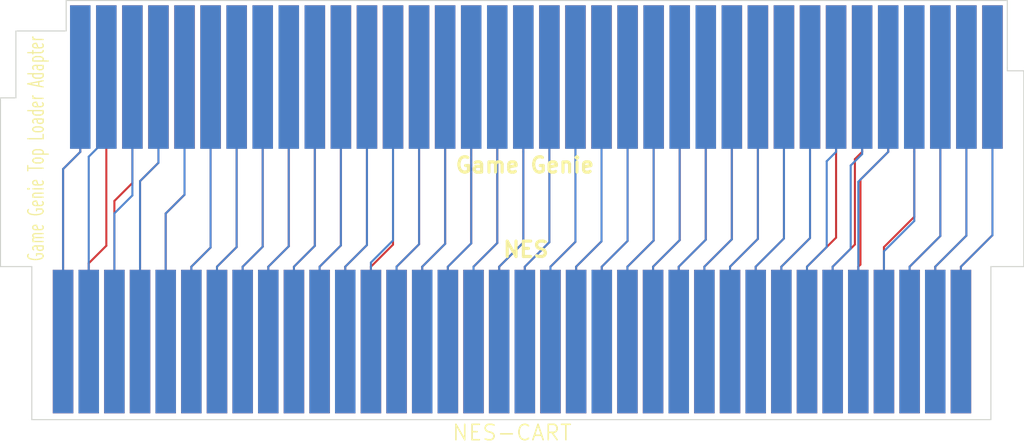
<source format=kicad_pcb>
(kicad_pcb (version 20240108) (generator "pcbnew") (generator_version "8.0")
  (layers (0 "F.Cu" signal) (31 "B.Cu" signal) (34 "B.Paste" user) (35 "F.Paste" user) (36 "B.SilkS" user "B.Silkscreen") (37 "F.SilkS" user "F.Silkscreen") (38 "B.Mask" user) (39 "F.Mask" user) (44 "Edge.Cuts" user))
  (net 0 "")
  (net 1 "/EXP0")
  (net 2 "/4MHz")
  (net 3 "/EXP3")
  (net 4 "/S2")
  (net 5 "/EXP2")
  (net 6 "/EXP6")
  (net 7 "/PHI2")
  (net 8 "/EXP7")
  (net 9 "/EXP9")
  (net 10 "/EXP1")
  (net 11 "/S1")
  (net 12 "/S0")
  (net 13 "/21.48MHz")
  (net 14 "/EXP5")
  (net 15 "/EXP4")
  (net 16 "/EXP8")
  (net 17 "/CPU-D5")
  (net 18 "/CPU-A3")
  (net 19 "/CPU-D3")
  (net 20 "/CIC-VCC")
  (net 21 "/PPU-D7")
  (net 22 "/CPU-GND")
  (net 23 "/CPU-~{PRG}")
  (net 24 "/CPU-A0")
  (net 25 "/PPU-D1")
  (net 26 "/CPU-A12")
  (net 27 "/CIC-GND")
  (net 28 "/PPU-D3")
  (net 29 "/CPU-A4")
  (net 30 "/PPU-A11")
  (net 31 "/CPU-A9")
  (net 32 "/CPU-A13")
  (net 33 "/PPU-A13")
  (net 34 "/PPU-~{A13}")
  (net 35 "/CPU-D2")
  (net 36 "/PPU-A12")
  (net 37 "/PPU-D6")
  (net 38 "/PPU-D5")
  (net 39 "/CPU-A6")
  (net 40 "/PPU-A8")
  (net 41 "/PPU-D4")
  (net 42 "/CPU-A5")
  (net 43 "/CPU-A11")
  (net 44 "/PPU-A0")
  (net 45 "/PPU-A6")
  (net 46 "/CPU-A1")
  (net 47 "/PPU-D0")
  (net 48 "/CPU-A2")
  (net 49 "/PPU-~{W}")
  (net 50 "/PPU-A3")
  (net 51 "/CPU-R{slash}~{W}")
  (net 52 "/CPU-D4")
  (net 53 "/PPU-A4")
  (net 54 "/PPU-A2")
  (net 55 "/PPU-~{VCS}")
  (net 56 "/CPU-A8")
  (net 57 "/CPU-A14")
  (net 58 "/CPU-D7")
  (net 59 "/CPU-~{IRQ}")
  (net 60 "/PPU-A5")
  (net 61 "/PPU-~{R}")
  (net 62 "/CPU-D6")
  (net 63 "/PPU-A7")
  (net 64 "/CPU-A10")
  (net 65 "/CPU-D1")
  (net 66 "/CPU-A7")
  (net 67 "/PPU-D2")
  (net 68 "/PPU-A9")
  (net 69 "/PPU-A10")
  (net 70 "/PPU-A1")
  (net 71 "/CPU-D0")
  (net 72 "/PPU-VA10")
  (footprint "MountingHole:MountingHole_2.1mm" (layer "F.Cu") (at 171.3484 79.4512)
    (property "Reference" "MOUNT2" (hide yes))
    (property "Value" "MountingHole_2.1mm" (hide yes))
    (pad "" np_thru_hole circle (at 0 0) (size 2.1 2.1) (drill 2.1) (layers "*.Cu" "*.Mask"))
  )
  (footprint "NES:NES_CART_FINGERS" (layer "F.Cu") (at 135.3696 94.0562)
    (property "Reference" "J2" (hide yes))
    (property "Value" "NES-CART" (at 0 8.89 0) (layer "F.SilkS") (effects (font (size 1.5 1.5))))
    (pad "1" connect rect (at 43.75 0) (size 2 14) (layers "F.Cu" "F.Mask") (net 22 "/CPU-GND"))
    (pad "2" connect rect (at 41.25 0) (size 2 14) (layers "F.Cu" "F.Mask") (net 43 "/CPU-A11"))
    (pad "3" connect rect (at 38.75 0) (size 2 14) (layers "F.Cu" "F.Mask") (net 64 "/CPU-A10"))
    (pad "4" connect rect (at 36.25 0) (size 2 14) (layers "F.Cu" "F.Mask") (net 31 "/CPU-A9"))
    (pad "5" connect rect (at 33.75 0) (size 2 14) (layers "F.Cu" "F.Mask") (net 56 "/CPU-A8"))
    (pad "6" connect rect (at 31.25 0) (size 2 14) (layers "F.Cu" "F.Mask") (net 66 "/CPU-A7"))
    (pad "7" connect rect (at 28.75 0) (size 2 14) (layers "F.Cu" "F.Mask") (net 39 "/CPU-A6"))
    (pad "8" connect rect (at 26.25 0) (size 2 14) (layers "F.Cu" "F.Mask") (net 42 "/CPU-A5"))
    (pad "9" connect rect (at 23.75 0) (size 2 14) (layers "F.Cu" "F.Mask") (net 29 "/CPU-A4"))
    (pad "10" connect rect (at 21.25 0) (size 2 14) (layers "F.Cu" "F.Mask") (net 18 "/CPU-A3"))
    (pad "11" connect rect (at 18.75 0) (size 2 14) (layers "F.Cu" "F.Mask") (net 48 "/CPU-A2"))
    (pad "12" connect rect (at 16.25 0) (size 2 14) (layers "F.Cu" "F.Mask") (net 46 "/CPU-A1"))
    (pad "13" connect rect (at 13.75 0) (size 2 14) (layers "F.Cu" "F.Mask") (net 24 "/CPU-A0"))
    (pad "14" connect rect (at 11.25 0) (size 2 14) (layers "F.Cu" "F.Mask") (net 51 "/CPU-R{slash}~{W}"))
    (pad "15" connect rect (at 8.75 0) (size 2 14) (layers "F.Cu" "F.Mask") (net 59 "/CPU-~{IRQ}"))
    (pad "16" connect rect (at 6.25 0) (size 2 14) (layers "F.Cu" "F.Mask") (net 1 "/EXP0"))
    (pad "17" connect rect (at 3.75 0) (size 2 14) (layers "F.Cu" "F.Mask") (net 10 "/EXP1"))
    (pad "18" connect rect (at 1.25 0) (size 2 14) (layers "F.Cu" "F.Mask") (net 5 "/EXP2"))
    (pad "19" connect rect (at -1.25 0) (size 2 14) (layers "F.Cu" "F.Mask") (net 3 "/EXP3"))
    (pad "20" connect rect (at -3.75 0) (size 2 14) (layers "F.Cu" "F.Mask") (net 15 "/EXP4"))
    (pad "21" connect rect (at -6.25 0) (size 2 14) (layers "F.Cu" "F.Mask") (net 61 "/PPU-~{R}"))
    (pad "22" connect rect (at -8.75 0) (size 2 14) (layers "F.Cu" "F.Mask") (net 72 "/PPU-VA10"))
    (pad "23" connect rect (at -11.25 0) (size 2 14) (layers "F.Cu" "F.Mask") (net 45 "/PPU-A6"))
    (pad "24" connect rect (at -13.75 0) (size 2 14) (layers "F.Cu" "F.Mask") (net 60 "/PPU-A5"))
    (pad "25" connect rect (at -16.25 0) (size 2 14) (layers "F.Cu" "F.Mask") (net 53 "/PPU-A4"))
    (pad "26" connect rect (at -18.75 0) (size 2 14) (layers "F.Cu" "F.Mask") (net 50 "/PPU-A3"))
    (pad "27" connect rect (at -21.25 0) (size 2 14) (layers "F.Cu" "F.Mask") (net 54 "/PPU-A2"))
    (pad "28" connect rect (at -23.75 0) (size 2 14) (layers "F.Cu" "F.Mask") (net 70 "/PPU-A1"))
    (pad "29" connect rect (at -26.25 0) (size 2 14) (layers "F.Cu" "F.Mask") (net 44 "/PPU-A0"))
    (pad "30" connect rect (at -28.75 0) (size 2 14) (layers "F.Cu" "F.Mask") (net 47 "/PPU-D0"))
    (pad "31" connect rect (at -31.25 0) (size 2 14) (layers "F.Cu" "F.Mask") (net 25 "/PPU-D1"))
    (pad "32" connect rect (at -33.75 0) (size 2 14) (layers "F.Cu" "F.Mask") (net 67 "/PPU-D2"))
    (pad "33" connect rect (at -36.25 0) (size 2 14) (layers "F.Cu" "F.Mask") (net 28 "/PPU-D3"))
    (pad "34" connect rect (at -38.75 0) (size 2 14) (layers "F.Cu" "F.Mask") (net 12 "/S0"))
    (pad "35" connect rect (at -41.25 0) (size 2 14) (layers "F.Cu" "F.Mask") (net 11 "/S1"))
    (pad "36" connect rect (at -43.75 0) (size 2 14) (layers "F.Cu" "F.Mask") (net 20 "/CIC-VCC"))
    (pad "37" connect rect (at 43.75 0) (size 2 14) (layers "B.Cu" "B.Mask") (net 13 "/21.48MHz"))
    (pad "38" connect rect (at 41.25 0) (size 2 14) (layers "B.Cu" "B.Mask") (net 7 "/PHI2"))
    (pad "39" connect rect (at 38.75 0) (size 2 14) (layers "B.Cu" "B.Mask") (net 26 "/CPU-A12"))
    (pad "40" connect rect (at 36.25 0) (size 2 14) (layers "B.Cu" "B.Mask") (net 32 "/CPU-A13"))
    (pad "41" connect rect (at 33.75 0) (size 2 14) (layers "B.Cu" "B.Mask") (net 57 "/CPU-A14"))
    (pad "42" connect rect (at 31.25 0) (size 2 14) (layers "B.Cu" "B.Mask") (net 58 "/CPU-D7"))
    (pad "43" connect rect (at 28.75 0) (size 2 14) (layers "B.Cu" "B.Mask") (net 62 "/CPU-D6"))
    (pad "44" connect rect (at 26.25 0) (size 2 14) (layers "B.Cu" "B.Mask") (net 17 "/CPU-D5"))
    (pad "45" connect rect (at 23.75 0) (size 2 14) (layers "B.Cu" "B.Mask") (net 52 "/CPU-D4"))
    (pad "46" connect rect (at 21.25 0) (size 2 14) (layers "B.Cu" "B.Mask") (net 19 "/CPU-D3"))
    (pad "47" connect rect (at 18.75 0) (size 2 14) (layers "B.Cu" "B.Mask") (net 35 "/CPU-D2"))
    (pad "48" connect rect (at 16.25 0) (size 2 14) (layers "B.Cu" "B.Mask") (net 65 "/CPU-D1"))
    (pad "49" connect rect (at 13.75 0) (size 2 14) (layers "B.Cu" "B.Mask") (net 71 "/CPU-D0"))
    (pad "50" connect rect (at 11.25 0) (size 2 14) (layers "B.Cu" "B.Mask") (net 23 "/CPU-~{PRG}"))
    (pad "51" connect rect (at 8.75 0) (size 2 14) (layers "B.Cu" "B.Mask") (net 9 "/EXP9"))
    (pad "52" connect rect (at 6.25 0) (size 2 14) (layers "B.Cu" "B.Mask") (net 16 "/EXP8"))
    (pad "53" connect rect (at 3.75 0) (size 2 14) (layers "B.Cu" "B.Mask") (net 8 "/EXP7"))
    (pad "54" connect rect (at 1.25 0) (size 2 14) (layers "B.Cu" "B.Mask") (net 6 "/EXP6"))
    (pad "55" connect rect (at -1.25 0) (size 2 14) (layers "B.Cu" "B.Mask") (net 14 "/EXP5"))
    (pad "56" connect rect (at -3.75 0) (size 2 14) (layers "B.Cu" "B.Mask") (net 49 "/PPU-~{W}"))
    (pad "57" connect rect (at -6.25 0) (size 2 14) (layers "B.Cu" "B.Mask") (net 55 "/PPU-~{VCS}"))
    (pad "58" connect rect (at -8.75 0) (size 2 14) (layers "B.Cu" "B.Mask") (net 34 "/PPU-~{A13}"))
    (pad "59" connect rect (at -11.25 0) (size 2 14) (layers "B.Cu" "B.Mask") (net 63 "/PPU-A7"))
    (pad "60" connect rect (at -13.75 0) (size 2 14) (layers "B.Cu" "B.Mask") (net 40 "/PPU-A8"))
    (pad "61" connect rect (at -16.25 0) (size 2 14) (layers "B.Cu" "B.Mask") (net 68 "/PPU-A9"))
    (pad "62" connect rect (at -18.75 0) (size 2 14) (layers "B.Cu" "B.Mask") (net 30 "/PPU-A11"))
    (pad "63" connect rect (at -21.25 0) (size 2 14) (layers "B.Cu" "B.Mask") (net 69 "/PPU-A10"))
    (pad "64" connect rect (at -23.75 0) (size 2 14) (layers "B.Cu" "B.Mask") (net 36 "/PPU-A12"))
    (pad "65" connect rect (at -26.25 0) (size 2 14) (layers "B.Cu" "B.Mask") (net 33 "/PPU-A13"))
    (pad "66" connect rect (at -28.75 0) (size 2 14) (layers "B.Cu" "B.Mask") (net 21 "/PPU-D7"))
    (pad "67" connect rect (at -31.25 0) (size 2 14) (layers "B.Cu" "B.Mask") (net 37 "/PPU-D6"))
    (pad "68" connect rect (at -33.75 0) (size 2 14) (layers "B.Cu" "B.Mask") (net 38 "/PPU-D5"))
    (pad "69" connect rect (at -36.25 0) (size 2 14) (layers "B.Cu" "B.Mask") (net 41 "/PPU-D4"))
    (pad "70" connect rect (at -38.75 0) (size 2 14) (layers "B.Cu" "B.Mask") (net 4 "/S2"))
    (pad "71" connect rect (at -41.25 0) (size 2 14) (layers "B.Cu" "B.Mask") (net 2 "/4MHz"))
    (pad "72" connect rect (at -43.75 0) (size 2 14) (layers "B.Cu" "B.Mask") (net 27 "/CIC-GND"))
  )
  (footprint "MountingHole:MountingHole_2.1mm" (layer "F.Cu") (at 100.9142 79.4512)
    (property "Reference" "MOUNT1" (hide yes))
    (property "Value" "MountingHole_2.1mm" (hide yes))
    (pad "" np_thru_hole circle (at 0 0) (size 2.1 2.1) (drill 2.1) (layers "*.Cu" "*.Mask"))
  )
  (footprint "Game Genie:2x36 2.54mm Edge" (layer "F.Cu") (at 139.0142 68.2498)
    (property "Reference" "J1" (hide yes))
    (property "Value" "NES-CART" (hide yes))
    (pad "1" connect rect (at 43.18 0) (size 2 14) (layers "F.Cu" "F.Mask") (net 22 "/CPU-GND"))
    (pad "2" connect rect (at 40.64 0) (size 2 14) (layers "F.Cu" "F.Mask") (net 43 "/CPU-A11"))
    (pad "3" connect rect (at 38.1 0) (size 2 14) (layers "F.Cu" "F.Mask") (net 64 "/CPU-A10"))
    (pad "4" connect rect (at 35.56 0) (size 2 14) (layers "F.Cu" "F.Mask") (net 31 "/CPU-A9"))
    (pad "5" connect rect (at 33.02 0) (size 2 14) (layers "F.Cu" "F.Mask") (net 56 "/CPU-A8"))
    (pad "6" connect rect (at 30.48 0) (size 2 14) (layers "F.Cu" "F.Mask") (net 66 "/CPU-A7"))
    (pad "7" connect rect (at 27.94 0) (size 2 14) (layers "F.Cu" "F.Mask") (net 39 "/CPU-A6"))
    (pad "8" connect rect (at 25.4 0) (size 2 14) (layers "F.Cu" "F.Mask") (net 42 "/CPU-A5"))
    (pad "9" connect rect (at 22.86 0) (size 2 14) (layers "F.Cu" "F.Mask") (net 29 "/CPU-A4"))
    (pad "10" connect rect (at 20.32 0) (size 2 14) (layers "F.Cu" "F.Mask") (net 18 "/CPU-A3"))
    (pad "11" connect rect (at 17.78 0) (size 2 14) (layers "F.Cu" "F.Mask") (net 48 "/CPU-A2"))
    (pad "12" connect rect (at 15.24 0) (size 2 14) (layers "F.Cu" "F.Mask") (net 46 "/CPU-A1"))
    (pad "13" connect rect (at 12.7 0) (size 2 14) (layers "F.Cu" "F.Mask") (net 24 "/CPU-A0"))
    (pad "14" connect rect (at 10.16 0) (size 2 14) (layers "F.Cu" "F.Mask") (net 51 "/CPU-R{slash}~{W}"))
    (pad "15" connect rect (at 7.62 0) (size 2 14) (layers "F.Cu" "F.Mask") (net 59 "/CPU-~{IRQ}"))
    (pad "16" connect rect (at 5.08 0) (size 2 14) (layers "F.Cu" "F.Mask") (net 1 "/EXP0"))
    (pad "17" connect rect (at 2.54 0) (size 2 14) (layers "F.Cu" "F.Mask") (net 10 "/EXP1"))
    (pad "18" connect rect (at 0 0) (size 2 14) (layers "F.Cu" "F.Mask") (net 5 "/EXP2"))
    (pad "19" connect rect (at -2.54 0) (size 2 14) (layers "F.Cu" "F.Mask") (net 3 "/EXP3"))
    (pad "20" connect rect (at -5.08 0) (size 2 14) (layers "F.Cu" "F.Mask") (net 15 "/EXP4"))
    (pad "21" connect rect (at -7.62 0) (size 2 14) (layers "F.Cu" "F.Mask") (net 61 "/PPU-~{R}"))
    (pad "22" connect rect (at -10.16 0) (size 2 14) (layers "F.Cu" "F.Mask") (net 72 "/PPU-VA10"))
    (pad "23" connect rect (at -12.7 0) (size 2 14) (layers "F.Cu" "F.Mask") (net 45 "/PPU-A6"))
    (pad "24" connect rect (at -15.24 0) (size 2 14) (layers "F.Cu" "F.Mask") (net 60 "/PPU-A5"))
    (pad "25" connect rect (at -17.78 0) (size 2 14) (layers "F.Cu" "F.Mask") (net 53 "/PPU-A4"))
    (pad "26" connect rect (at -20.32 0) (size 2 14) (layers "F.Cu" "F.Mask") (net 50 "/PPU-A3"))
    (pad "27" connect rect (at -22.86 0) (size 2 14) (layers "F.Cu" "F.Mask") (net 54 "/PPU-A2"))
    (pad "28" connect rect (at -25.4 0) (size 2 14) (layers "F.Cu" "F.Mask") (net 70 "/PPU-A1"))
    (pad "29" connect rect (at -27.94 0) (size 2 14) (layers "F.Cu" "F.Mask") (net 44 "/PPU-A0"))
    (pad "30" connect rect (at -30.48 0) (size 2 14) (layers "F.Cu" "F.Mask") (net 47 "/PPU-D0"))
    (pad "31" connect rect (at -33.02 0) (size 2 14) (layers "F.Cu" "F.Mask") (net 25 "/PPU-D1"))
    (pad "32" connect rect (at -35.56 0) (size 2 14) (layers "F.Cu" "F.Mask") (net 67 "/PPU-D2"))
    (pad "33" connect rect (at -38.1 0) (size 2 14) (layers "F.Cu" "F.Mask") (net 28 "/PPU-D3"))
    (pad "34" connect rect (at -40.64 0) (size 2 14) (layers "F.Cu" "F.Mask") (net 12 "/S0"))
    (pad "35" connect rect (at -43.18 0) (size 2 14) (layers "F.Cu" "F.Mask") (net 11 "/S1"))
    (pad "36" connect rect (at -45.72 0) (size 2 14) (layers "F.Cu" "F.Mask") (net 20 "/CIC-VCC"))
    (pad "37" connect rect (at 43.18 0) (size 2 14) (layers "B.Cu" "B.Mask") (net 13 "/21.48MHz"))
    (pad "38" connect rect (at 40.64 0) (size 2 14) (layers "B.Cu" "B.Mask") (net 7 "/PHI2"))
    (pad "39" connect rect (at 38.1 0) (size 2 14) (layers "B.Cu" "B.Mask") (net 26 "/CPU-A12"))
    (pad "40" connect rect (at 35.56 0) (size 2 14) (layers "B.Cu" "B.Mask") (net 32 "/CPU-A13"))
    (pad "41" connect rect (at 33.02 0) (size 2 14) (layers "B.Cu" "B.Mask") (net 57 "/CPU-A14"))
    (pad "42" connect rect (at 30.48 0) (size 2 14) (layers "B.Cu" "B.Mask") (net 58 "/CPU-D7"))
    (pad "43" connect rect (at 27.94 0) (size 2 14) (layers "B.Cu" "B.Mask") (net 62 "/CPU-D6"))
    (pad "44" connect rect (at 25.4 0) (size 2 14) (layers "B.Cu" "B.Mask") (net 17 "/CPU-D5"))
    (pad "45" connect rect (at 22.86 0) (size 2 14) (layers "B.Cu" "B.Mask") (net 52 "/CPU-D4"))
    (pad "46" connect rect (at 20.32 0) (size 2 14) (layers "B.Cu" "B.Mask") (net 19 "/CPU-D3"))
    (pad "47" connect rect (at 17.78 0) (size 2 14) (layers "B.Cu" "B.Mask") (net 35 "/CPU-D2"))
    (pad "48" connect rect (at 15.24 0) (size 2 14) (layers "B.Cu" "B.Mask") (net 65 "/CPU-D1"))
    (pad "49" connect rect (at 12.7 0) (size 2 14) (layers "B.Cu" "B.Mask") (net 71 "/CPU-D0"))
    (pad "50" connect rect (at 10.16 0) (size 2 14) (layers "B.Cu" "B.Mask") (net 23 "/CPU-~{PRG}"))
    (pad "51" connect rect (at 7.62 0) (size 2 14) (layers "B.Cu" "B.Mask") (net 9 "/EXP9"))
    (pad "52" connect rect (at 5.08 0) (size 2 14) (layers "B.Cu" "B.Mask") (net 16 "/EXP8"))
    (pad "53" connect rect (at 2.54 0) (size 2 14) (layers "B.Cu" "B.Mask") (net 8 "/EXP7"))
    (pad "54" connect rect (at 0 0) (size 2 14) (layers "B.Cu" "B.Mask") (net 6 "/EXP6"))
    (pad "55" connect rect (at -2.54 0) (size 2 14) (layers "B.Cu" "B.Mask") (net 14 "/EXP5"))
    (pad "56" connect rect (at -5.08 0) (size 2 14) (layers "B.Cu" "B.Mask") (net 49 "/PPU-~{W}"))
    (pad "57" connect rect (at -7.62 0) (size 2 14) (layers "B.Cu" "B.Mask") (net 55 "/PPU-~{VCS}"))
    (pad "58" connect rect (at -10.16 0) (size 2 14) (layers "B.Cu" "B.Mask") (net 34 "/PPU-~{A13}"))
    (pad "59" connect rect (at -12.7 0) (size 2 14) (layers "B.Cu" "B.Mask") (net 63 "/PPU-A7"))
    (pad "60" connect rect (at -15.24 0) (size 2 14) (layers "B.Cu" "B.Mask") (net 40 "/PPU-A8"))
    (pad "61" connect rect (at -17.78 0) (size 2 14) (layers "B.Cu" "B.Mask") (net 68 "/PPU-A9"))
    (pad "62" connect rect (at -20.32 0) (size 2 14) (layers "B.Cu" "B.Mask") (net 30 "/PPU-A11"))
    (pad "63" connect rect (at -22.86 0) (size 2 14) (layers "B.Cu" "B.Mask") (net 69 "/PPU-A10"))
    (pad "64" connect rect (at -25.4 0) (size 2 14) (layers "B.Cu" "B.Mask") (net 36 "/PPU-A12"))
    (pad "65" connect rect (at -27.94 0) (size 2 14) (layers "B.Cu" "B.Mask") (net 33 "/PPU-A13"))
    (pad "66" connect rect (at -30.48 0) (size 2 14) (layers "B.Cu" "B.Mask") (net 21 "/PPU-D7"))
    (pad "67" connect rect (at -33.02 0) (size 2 14) (layers "B.Cu" "B.Mask") (net 37 "/PPU-D6"))
    (pad "68" connect rect (at -35.56 0) (size 2 14) (layers "B.Cu" "B.Mask") (net 38 "/PPU-D5"))
    (pad "69" connect rect (at -38.1 0) (size 2 14) (layers "B.Cu" "B.Mask") (net 41 "/PPU-D4"))
    (pad "70" connect rect (at -40.64 0) (size 2 14) (layers "B.Cu" "B.Mask") (net 4 "/S2"))
    (pad "71" connect rect (at -43.18 0) (size 2 14) (layers "B.Cu" "B.Mask") (net 2 "/4MHz"))
    (pad "72" connect rect (at -45.72 0) (size 2 14) (layers "B.Cu" "B.Mask") (net 27 "/CIC-GND"))
  )
  (gr_line (start 87.0204 70.2818) (end 87.0204 63.754) (stroke (width 0.1)) (layer "Edge.Cuts"))
  (gr_line (start 182.0418 101.6762) (end 182.0418 86.741) (stroke (width 0.1)) (layer "Edge.Cuts"))
  (gr_line (start 88.5698 101.6762) (end 88.5698 86.741) (stroke (width 0.1)) (layer "Edge.Cuts"))
  (gr_line (start 91.9226 63.754) (end 91.9226 60.7822) (stroke (width 0.1)) (layer "Edge.Cuts"))
  (gr_line (start 182.0418 86.741) (end 185.2422 86.741) (stroke (width 0.1)) (layer "Edge.Cuts"))
  (gr_line (start 185.2422 86.741) (end 185.2422 67.6402) (stroke (width 0.1)) (layer "Edge.Cuts"))
  (gr_line (start 88.5698 86.741) (end 85.5218 86.741) (stroke (width 0.1)) (layer "Edge.Cuts"))
  (gr_line (start 183.642 60.7822) (end 91.9226 60.7822) (stroke (width 0.1)) (layer "Edge.Cuts"))
  (gr_line (start 85.5218 86.741) (end 85.5218 70.2818) (stroke (width 0.1)) (layer "Edge.Cuts"))
  (gr_line (start 85.5218 70.2818) (end 87.0204 70.2818) (stroke (width 0.1)) (layer "Edge.Cuts"))
  (gr_line (start 183.642 67.6402) (end 183.642 67.3608) (stroke (width 0.1)) (layer "Edge.Cuts"))
  (gr_line (start 185.2422 67.6402) (end 183.642 67.6402) (stroke (width 0.1)) (layer "Edge.Cuts"))
  (gr_line (start 87.0204 63.754) (end 91.9226 63.754) (stroke (width 0.1)) (layer "Edge.Cuts"))
  (gr_line (start 182.0418 101.6762) (end 88.5698 101.6762) (stroke (width 0.1)) (layer "Edge.Cuts"))
  (gr_line (start 183.642 67.3608) (end 183.642 60.7822) (stroke (width 0.1)) (layer "Edge.Cuts"))
  (gr_text "Game Genie Top Loader Adapter" (at 89.8652 86.3092 90) (layer "F.SilkS") (effects (font (size 1.5 0.9) (thickness 0.125) (bold yes)) (justify left bottom)))
  (gr_text "Game Genie" (at 129.713915 77.724 0) (layer "F.SilkS") (effects (font (size 1.5 1.5) (thickness 0.3) (bold yes)) (justify left bottom)))
  (gr_text "NES" (at 136.7282 85.9536 0) (layer "F.SilkS") (effects (font (size 1.5 1.5) (thickness 0.3) (bold yes)) (justify bottom)))
  (segment (start 141.6196 94.0562) (end 141.6196 86.7545) (width 0.2) (layer "F.Cu") (net 1))
  (segment (start 144.0942 84.2799) (end 144.0942 68.2498) (width 0.2) (layer "F.Cu") (net 1))
  (segment (start 141.6196 86.7545) (end 144.0942 84.2799) (width 0.2) (layer "F.Cu") (net 1))
  (segment (start 95.8342 74.3022) (end 94.1196 76.0168) (width 0.2) (layer "B.Cu") (net 2))
  (segment (start 95.8342 68.2498) (end 95.8342 74.3022) (width 0.2) (layer "B.Cu") (net 2))
  (segment (start 94.1196 76.0168) (end 94.1196 94.0562) (width 0.2) (layer "B.Cu") (net 2))
  (segment (start 134.1196 86.7545) (end 136.4742 84.3999) (width 0.2) (layer "F.Cu") (net 3))
  (segment (start 134.1196 94.0562) (end 134.1196 86.7545) (width 0.2) (layer "F.Cu") (net 3))
  (segment (start 136.4742 84.3999) (end 136.4742 68.2498) (width 0.2) (layer "F.Cu") (net 3))
  (segment (start 98.3742 79.7975) (end 98.3742 68.2498) (width 0.2) (layer "B.Cu") (net 4))
  (segment (start 96.6196 94.0562) (end 96.6196 81.5521) (width 0.2) (layer "B.Cu") (net 4))
  (segment (start 96.6196 81.5521) (end 98.3742 79.7975) (width 0.2) (layer "B.Cu") (net 4))
  (segment (start 139.0142 84.3599) (end 139.0142 68.2498) (width 0.2) (layer "F.Cu") (net 5))
  (segment (start 136.6196 94.0562) (end 136.6196 86.7545) (width 0.2) (layer "F.Cu") (net 5))
  (segment (start 136.6196 86.7545) (end 139.0142 84.3599) (width 0.2) (layer "F.Cu") (net 5))
  (segment (start 136.6196 94.0562) (end 136.6196 86.7545) (width 0.2) (layer "B.Cu") (net 6))
  (segment (start 139.0142 84.3599) (end 136.6196 86.7545) (width 0.2) (layer "B.Cu") (net 6))
  (segment (start 139.0142 68.2498) (end 139.0142 84.3599) (width 0.2) (layer "B.Cu") (net 6))
  (segment (start 176.6196 94.0562) (end 176.6196 86.7545) (width 0.2) (layer "B.Cu") (net 7))
  (segment (start 179.6542 83.7199) (end 179.6542 68.2498) (width 0.2) (layer "B.Cu") (net 7))
  (segment (start 176.6196 86.7545) (end 179.6542 83.7199) (width 0.2) (layer "B.Cu") (net 7))
  (segment (start 141.5542 84.3199) (end 141.5542 68.2498) (width 0.2) (layer "B.Cu") (net 8))
  (segment (start 139.1196 86.7545) (end 141.5542 84.3199) (width 0.2) (layer "B.Cu") (net 8))
  (segment (start 139.1196 94.0562) (end 139.1196 86.7545) (width 0.2) (layer "B.Cu") (net 8))
  (segment (start 144.1196 94.0562) (end 144.1196 86.7545) (width 0.2) (layer "B.Cu") (net 9))
  (segment (start 146.6342 68.2498) (end 146.6342 84.2399) (width 0.2) (layer "B.Cu") (net 9))
  (segment (start 146.6342 84.2399) (end 144.1196 86.7545) (width 0.2) (layer "B.Cu") (net 9))
  (segment (start 141.5542 84.3199) (end 141.5542 68.2498) (width 0.2) (layer "F.Cu") (net 10))
  (segment (start 139.1196 86.7545) (end 141.5542 84.3199) (width 0.2) (layer "F.Cu") (net 10))
  (segment (start 139.1196 94.0562) (end 139.1196 86.7545) (width 0.2) (layer "F.Cu") (net 10))
  (segment (start 94.1196 86.4203) (end 95.8342 84.7057) (width 0.2) (layer "F.Cu") (net 11))
  (segment (start 95.8342 84.7057) (end 95.8342 68.2498) (width 0.2) (layer "F.Cu") (net 11))
  (segment (start 94.1196 94.0562) (end 94.1196 86.4203) (width 0.2) (layer "F.Cu") (net 11))
  (segment (start 98.3742 78.5853) (end 96.6196 80.3399) (width 0.2) (layer "F.Cu") (net 12))
  (segment (start 98.3742 68.2498) (end 98.3742 78.5853) (width 0.2) (layer "F.Cu") (net 12))
  (segment (start 96.6196 80.3399) (end 96.6196 94.0562) (width 0.2) (layer "F.Cu") (net 12))
  (segment (start 179.1196 94.0562) (end 179.1196 86.7545) (width 0.2) (layer "B.Cu") (net 13))
  (segment (start 182.1942 83.6799) (end 179.1196 86.7545) (width 0.2) (layer "B.Cu") (net 13))
  (segment (start 182.1942 68.2498) (end 182.1942 83.6799) (width 0.2) (layer "B.Cu") (net 13))
  (segment (start 136.4742 84.3999) (end 136.4742 75.5515) (width 0.2) (layer "B.Cu") (net 14))
  (segment (start 134.1196 94.0562) (end 134.1196 86.7545) (width 0.2) (layer "B.Cu") (net 14))
  (segment (start 136.4742 68.2498) (end 136.4742 75.5515) (width 0.2) (layer "B.Cu") (net 14))
  (segment (start 134.1196 86.7545) (end 136.4742 84.3999) (width 0.2) (layer "B.Cu") (net 14))
  (segment (start 133.9342 84.4399) (end 133.9342 68.2498) (width 0.2) (layer "F.Cu") (net 15))
  (segment (start 131.6196 94.0562) (end 131.6196 86.7545) (width 0.2) (layer "F.Cu") (net 15))
  (segment (start 131.6196 86.7545) (end 133.9342 84.4399) (width 0.2) (layer "F.Cu") (net 15))
  (segment (start 141.6196 86.7545) (end 144.0942 84.2799) (width 0.2) (layer "B.Cu") (net 16))
  (segment (start 144.0942 84.2799) (end 144.0942 68.2498) (width 0.2) (layer "B.Cu") (net 16))
  (segment (start 141.6196 94.0562) (end 141.6196 86.7545) (width 0.2) (layer "B.Cu") (net 16))
  (segment (start 161.6196 94.0562) (end 161.6196 86.7545) (width 0.2) (layer "B.Cu") (net 17))
  (segment (start 164.4142 83.9599) (end 161.6196 86.7545) (width 0.2) (layer "B.Cu") (net 17))
  (segment (start 164.4142 68.2498) (end 164.4142 83.9599) (width 0.2) (layer "B.Cu") (net 17))
  (segment (start 156.6196 86.7545) (end 159.3342 84.0399) (width 0.2) (layer "F.Cu") (net 18))
  (segment (start 156.6196 94.0562) (end 156.6196 86.7545) (width 0.2) (layer "F.Cu") (net 18))
  (segment (start 159.3342 84.0399) (end 159.3342 68.2498) (width 0.2) (layer "F.Cu") (net 18))
  (segment (start 156.6196 86.7545) (end 159.3342 84.0399) (width 0.2) (layer "B.Cu") (net 19))
  (segment (start 159.3342 84.0399) (end 159.3342 68.2498) (width 0.2) (layer "B.Cu") (net 19))
  (segment (start 156.6196 94.0562) (end 156.6196 86.7545) (width 0.2) (layer "B.Cu") (net 19))
  (segment (start 93.2942 68.2498) (end 93.2942 75.5515) (width 0.2) (layer "F.Cu") (net 20))
  (segment (start 91.6196 94.0562) (end 91.6196 77.2261) (width 0.2) (layer "F.Cu") (net 20))
  (segment (start 91.6196 77.2261) (end 93.2942 75.5515) (width 0.2) (layer "F.Cu") (net 20))
  (segment (start 106.6196 94.0562) (end 106.6196 86.7545) (width 0.2) (layer "B.Cu") (net 21))
  (segment (start 106.6196 86.7545) (end 108.5342 84.8399) (width 0.2) (layer "B.Cu") (net 21))
  (segment (start 108.5342 84.8399) (end 108.5342 68.2498) (width 0.2) (layer "B.Cu") (net 21))
  (segment (start 179.1196 94.0562) (end 179.1196 86.7545) (width 0.2) (layer "F.Cu") (net 22))
  (segment (start 182.1942 83.6799) (end 182.1942 68.2498) (width 0.2) (layer "F.Cu") (net 22))
  (segment (start 179.1196 86.7545) (end 182.1942 83.6799) (width 0.2) (layer "F.Cu") (net 22))
  (segment (start 146.6196 94.0562) (end 146.6196 86.7545) (width 0.2) (layer "B.Cu") (net 23))
  (segment (start 149.1742 84.1999) (end 149.1742 68.2498) (width 0.2) (layer "B.Cu") (net 23))
  (segment (start 146.6196 86.7545) (end 149.1742 84.1999) (width 0.2) (layer "B.Cu") (net 23))
  (segment (start 151.7142 84.1599) (end 151.7142 68.2498) (width 0.2) (layer "F.Cu") (net 24))
  (segment (start 149.1196 86.7545) (end 151.7142 84.1599) (width 0.2) (layer "F.Cu") (net 24))
  (segment (start 149.1196 94.0562) (end 149.1196 86.7545) (width 0.2) (layer "F.Cu") (net 24))
  (segment (start 104.1196 86.7545) (end 105.9942 84.8799) (width 0.2) (layer "F.Cu") (net 25))
  (segment (start 105.9942 84.8799) (end 105.9942 68.2498) (width 0.2) (layer "F.Cu") (net 25))
  (segment (start 104.1196 94.0562) (end 104.1196 86.7545) (width 0.2) (layer "F.Cu") (net 25))
  (segment (start 174.1196 86.7545) (end 177.1142 83.7599) (width 0.2) (layer "B.Cu") (net 26))
  (segment (start 177.1142 83.7599) (end 177.1142 68.2498) (width 0.2) (layer "B.Cu") (net 26))
  (segment (start 174.1196 94.0562) (end 174.1196 86.7545) (width 0.2) (layer "B.Cu") (net 26))
  (segment (start 91.6196 94.0562) (end 91.6196 77.2261) (width 0.2) (layer "B.Cu") (net 27))
  (segment (start 93.2942 68.2498) (end 93.2942 75.5515) (width 0.2) (layer "B.Cu") (net 27))
  (segment (start 91.6196 77.2261) (end 93.2942 75.5515) (width 0.2) (layer "B.Cu") (net 27))
  (segment (start 99.1196 78.4058) (end 100.9142 76.6112) (width 0.2) (layer "F.Cu") (net 28))
  (segment (start 100.9142 76.6112) (end 100.9142 68.2498) (width 0.2) (layer "F.Cu") (net 28))
  (segment (start 99.1196 94.0562) (end 99.1196 78.4058) (width 0.2) (layer "F.Cu") (net 28))
  (segment (start 159.1196 94.0562) (end 159.1196 86.7545) (width 0.2) (layer "F.Cu") (net 29))
  (segment (start 161.8742 83.9999) (end 159.1196 86.7545) (width 0.2) (layer "F.Cu") (net 29))
  (segment (start 161.8742 68.2498) (end 161.8742 83.9999) (width 0.2) (layer "F.Cu") (net 29))
  (segment (start 116.6196 86.7545) (end 118.6942 84.6799) (width 0.2) (layer "B.Cu") (net 30))
  (segment (start 116.6196 94.0562) (end 116.6196 86.7545) (width 0.2) (layer "B.Cu") (net 30))
  (segment (start 118.6942 84.6799) (end 118.6942 68.2498) (width 0.2) (layer "B.Cu") (net 30))
  (segment (start 174.5742 81.8873) (end 174.5742 68.2498) (width 0.2) (layer "F.Cu") (net 31))
  (segment (start 171.6196 94.0562) (end 171.6196 84.8419) (width 0.2) (layer "F.Cu") (net 31))
  (segment (start 171.6196 84.8419) (end 174.5742 81.8873) (width 0.2) (layer "F.Cu") (net 31))
  (segment (start 174.5742 68.2498) (end 174.5742 75.5515) (width 0.2) (layer "B.Cu") (net 32))
  (segment (start 171.6196 85.2424) (end 171.6196 94.0562) (width 0.2) (layer "B.Cu") (net 32))
  (segment (start 174.5742 82.2878) (end 171.6196 85.2424) (width 0.2) (layer "B.Cu") (net 32))
  (segment (start 174.5742 75.5515) (end 174.5742 82.2878) (width 0.2) (layer "B.Cu") (net 32))
  (segment (start 111.0742 84.7999) (end 111.0742 68.2498) (width 0.2) (layer "B.Cu") (net 33))
  (segment (start 109.1196 86.7545) (end 111.0742 84.7999) (width 0.2) (layer "B.Cu") (net 33))
  (segment (start 109.1196 94.0562) (end 109.1196 86.7545) (width 0.2) (layer "B.Cu") (net 33))
  (segment (start 126.6196 86.7545) (end 128.8542 84.5199) (width 0.2) (layer "B.Cu") (net 34))
  (segment (start 128.8542 84.5199) (end 128.8542 68.2498) (width 0.2) (layer "B.Cu") (net 34))
  (segment (start 126.6196 94.0562) (end 126.6196 86.7545) (width 0.2) (layer "B.Cu") (net 34))
  (segment (start 156.7942 68.2498) (end 156.7942 84.0799) (width 0.2) (layer "B.Cu") (net 35))
  (segment (start 154.1196 94.0562) (end 154.1196 86.7545) (width 0.2) (layer "B.Cu") (net 35))
  (segment (start 156.7942 84.0799) (end 154.1196 86.7545) (width 0.2) (layer "B.Cu") (net 35))
  (segment (start 113.6142 84.7599) (end 113.6142 68.2498) (width 0.2) (layer "B.Cu") (net 36))
  (segment (start 111.6196 94.0562) (end 111.6196 86.7545) (width 0.2) (layer "B.Cu") (net 36))
  (segment (start 111.6196 86.7545) (end 113.6142 84.7599) (width 0.2) (layer "B.Cu") (net 36))
  (segment (start 105.9942 68.2498) (end 105.9942 84.8799) (width 0.2) (layer "B.Cu") (net 37))
  (segment (start 105.9942 84.8799) (end 104.1196 86.7545) (width 0.2) (layer "B.Cu") (net 37))
  (segment (start 104.1196 94.0562) (end 104.1196 86.7545) (width 0.2) (layer "B.Cu") (net 37))
  (segment (start 103.4542 79.7282) (end 103.4542 68.2498) (width 0.2) (layer "B.Cu") (net 38))
  (segment (start 101.6196 94.0562) (end 101.6196 81.5628) (width 0.2) (layer "B.Cu") (net 38))
  (segment (start 101.6196 81.5628) (end 103.4542 79.7282) (width 0.2) (layer "B.Cu") (net 38))
  (segment (start 166.9542 83.9199) (end 164.1196 86.7545) (width 0.2) (layer "F.Cu") (net 39))
  (segment (start 166.9542 68.2498) (end 166.9542 75.5515) (width 0.2) (layer "F.Cu") (net 39))
  (segment (start 164.1196 94.0562) (end 164.1196 86.7545) (width 0.2) (layer "F.Cu") (net 39))
  (segment (start 166.9542 75.5515) (end 166.9542 83.9199) (width 0.2) (layer "F.Cu") (net 39))
  (segment (start 123.7742 84.1918) (end 121.6196 86.3464) (width 0.2) (layer "B.Cu") (net 40))
  (segment (start 121.6196 94.0562) (end 121.6196 86.7545) (width 0.2) (layer "B.Cu") (net 40))
  (segment (start 121.6196 86.3464) (end 121.6196 86.7545) (width 0.2) (layer "B.Cu") (net 40))
  (segment (start 123.7742 68.2498) (end 123.7742 84.1918) (width 0.2) (layer "B.Cu") (net 40))
  (segment (start 100.9142 76.6112) (end 100.9142 68.2498) (width 0.2) (layer "B.Cu") (net 41))
  (segment (start 99.1196 94.0562) (end 99.1196 78.4058) (width 0.2) (layer "B.Cu") (net 41))
  (segment (start 99.1196 78.4058) (end 100.9142 76.6112) (width 0.2) (layer "B.Cu") (net 41))
  (segment (start 161.6196 86.7545) (end 164.4142 83.9599) (width 0.2) (layer "F.Cu") (net 42))
  (segment (start 164.4142 83.9599) (end 164.4142 68.2498) (width 0.2) (layer "F.Cu") (net 42))
  (segment (start 161.6196 94.0562) (end 161.6196 86.7545) (width 0.2) (layer "F.Cu") (net 42))
  (segment (start 176.6196 94.0562) (end 176.6196 86.7545) (width 0.2) (layer "F.Cu") (net 43))
  (segment (start 176.6196 86.7545) (end 179.6542 83.7199) (width 0.2) (layer "F.Cu") (net 43))
  (segment (start 179.6542 83.7199) (end 179.6542 68.2498) (width 0.2) (layer "F.Cu") (net 43))
  (segment (start 111.0742 84.7999) (end 111.0742 68.2498) (width 0.2) (layer "F.Cu") (net 44))
  (segment (start 109.1196 86.7545) (end 111.0742 84.7999) (width 0.2) (layer "F.Cu") (net 44))
  (segment (start 109.1196 94.0562) (end 109.1196 86.7545) (width 0.2) (layer "F.Cu") (net 44))
  (segment (start 124.1196 94.0562) (end 124.1196 86.7545) (width 0.2) (layer "F.Cu") (net 45))
  (segment (start 124.1196 86.7545) (end 126.3142 84.5599) (width 0.2) (layer "F.Cu") (net 45))
  (segment (start 126.3142 84.5599) (end 126.3142 68.2498) (width 0.2) (layer "F.Cu") (net 45))
  (segment (start 154.2542 84.1199) (end 151.6196 86.7545) (width 0.2) (layer "F.Cu") (net 46))
  (segment (start 151.6196 94.0562) (end 151.6196 86.7545) (width 0.2) (layer "F.Cu") (net 46))
  (segment (start 154.2542 68.2498) (end 154.2542 84.1199) (width 0.2) (layer "F.Cu") (net 46))
  (segment (start 106.6196 94.0562) (end 106.6196 86.7545) (width 0.2) (layer "F.Cu") (net 47))
  (segment (start 108.5342 84.8399) (end 108.5342 68.2498) (width 0.2) (layer "F.Cu") (net 47))
  (segment (start 106.6196 86.7545) (end 108.5342 84.8399) (width 0.2) (layer "F.Cu") (net 47))
  (segment (start 154.1196 86.7545) (end 156.7942 84.0799) (width 0.2) (layer "F.Cu") (net 48))
  (segment (start 156.7942 84.0799) (end 156.7942 68.2498) (width 0.2) (layer "F.Cu") (net 48))
  (segment (start 154.1196 94.0562) (end 154.1196 86.7545) (width 0.2) (layer "F.Cu") (net 48))
  (segment (start 133.9342 84.4399) (end 133.9342 68.2498) (width 0.2) (layer "B.Cu") (net 49))
  (segment (start 131.6196 94.0562) (end 131.6196 86.7545) (width 0.2) (layer "B.Cu") (net 49))
  (segment (start 131.6196 86.7545) (end 133.9342 84.4399) (width 0.2) (layer "B.Cu") (net 49))
  (segment (start 116.6196 94.0562) (end 116.6196 86.7545) (width 0.2) (layer "F.Cu") (net 50))
  (segment (start 118.6942 84.6799) (end 118.6942 68.2498) (width 0.2) (layer "F.Cu") (net 50))
  (segment (start 116.6196 86.7545) (end 118.6942 84.6799) (width 0.2) (layer "F.Cu") (net 50))
  (segment (start 146.6196 94.0562) (end 146.6196 86.7545) (width 0.2) (layer "F.Cu") (net 51))
  (segment (start 149.1742 84.1999) (end 146.6196 86.7545) (width 0.2) (layer "F.Cu") (net 51))
  (segment (start 149.1742 68.2498) (end 149.1742 84.1999) (width 0.2) (layer "F.Cu") (net 51))
  (segment (start 161.8742 68.2498) (end 161.8742 83.9999) (width 0.2) (layer "B.Cu") (net 52))
  (segment (start 159.1196 94.0562) (end 159.1196 86.7545) (width 0.2) (layer "B.Cu") (net 52))
  (segment (start 161.8742 83.9999) (end 159.1196 86.7545) (width 0.2) (layer "B.Cu") (net 52))
  (segment (start 121.2342 84.6399) (end 119.1196 86.7545) (width 0.2) (layer "F.Cu") (net 53))
  (segment (start 119.1196 94.0562) (end 119.1196 86.7545) (width 0.2) (layer "F.Cu") (net 53))
  (segment (start 121.2342 68.2498) (end 121.2342 84.6399) (width 0.2) (layer "F.Cu") (net 53))
  (segment (start 114.1196 86.7545) (end 116.1542 84.7199) (width 0.2) (layer "F.Cu") (net 54))
  (segment (start 116.1542 84.7199) (end 116.1542 68.2498) (width 0.2) (layer "F.Cu") (net 54))
  (segment (start 114.1196 94.0562) (end 114.1196 86.7545) (width 0.2) (layer "F.Cu") (net 54))
  (segment (start 131.3942 84.4799) (end 131.3942 68.2498) (width 0.2) (layer "B.Cu") (net 55))
  (segment (start 129.1196 94.0562) (end 129.1196 86.7545) (width 0.2) (layer "B.Cu") (net 55))
  (segment (start 129.1196 86.7545) (end 131.3942 84.4799) (width 0.2) (layer "B.Cu") (net 55))
  (segment (start 169.3314 86.5427) (end 169.3314 78.2543) (width 0.2) (layer "F.Cu") (net 56))
  (segment (start 169.3314 78.2543) (end 172.0342 75.5515) (width 0.2) (layer "F.Cu") (net 56))
  (segment (start 169.1196 94.0562) (end 169.1196 86.7545) (width 0.2) (layer "F.Cu") (net 56))
  (segment (start 169.1196 86.7545) (end 169.3314 86.5427) (width 0.2) (layer "F.Cu") (net 56))
  (segment (start 172.0342 68.2498) (end 172.0342 75.5515) (width 0.2) (layer "F.Cu") (net 56))
  (segment (start 169.1196 94.0562) (end 169.1196 78.4661) (width 0.2) (layer "B.Cu") (net 57))
  (segment (start 169.1196 78.4661) (end 172.0342 75.5515) (width 0.2) (layer "B.Cu") (net 57))
  (segment (start 172.0342 68.2498) (end 172.0342 75.5515) (width 0.2) (layer "B.Cu") (net 57))
  (segment (start 166.6196 86.7545) (end 168.3786 84.9955) (width 0.2) (layer "B.Cu") (net 58))
  (segment (start 169.4942 68.2498) (end 169.4942 75.5515) (width 0.2) (layer "B.Cu") (net 58))
  (segment (start 168.3786 84.9955) (end 168.3786 76.8799) (width 0.2) (layer "B.Cu") (net 58))
  (segment (start 166.6196 94.0562) (end 166.6196 86.7545) (width 0.2) (layer "B.Cu") (net 58))
  (segment (start 169.4942 75.7643) (end 169.4942 75.5515) (width 0.2) (layer "B.Cu") (net 58))
  (segment (start 168.3786 76.8799) (end 169.4942 75.7643) (width 0.2) (layer "B.Cu") (net 58))
  (segment (start 146.6342 84.2399) (end 144.1196 86.7545) (width 0.2) (layer "F.Cu") (net 59))
  (segment (start 146.6342 68.2498) (end 146.6342 84.2399) (width 0.2) (layer "F.Cu") (net 59))
  (segment (start 144.1196 94.0562) (end 144.1196 86.7545) (width 0.2) (layer "F.Cu") (net 59))
  (segment (start 121.6196 86.7545) (end 123.7742 84.5999) (width 0.2) (layer "F.Cu") (net 60))
  (segment (start 123.7742 84.5999) (end 123.7742 68.2498) (width 0.2) (layer "F.Cu") (net 60))
  (segment (start 121.6196 94.0562) (end 121.6196 86.7545) (width 0.2) (layer "F.Cu") (net 60))
  (segment (start 129.1196 94.0562) (end 129.1196 86.7545) (width 0.2) (layer "F.Cu") (net 61))
  (segment (start 129.1196 86.7545) (end 131.3942 84.4799) (width 0.2) (layer "F.Cu") (net 61))
  (segment (start 131.3942 84.4799) (end 131.3942 68.2498) (width 0.2) (layer "F.Cu") (net 61))
  (segment (start 164.1196 94.0562) (end 164.1196 86.7545) (width 0.2) (layer "B.Cu") (net 62))
  (segment (start 166.0415 84.8326) (end 164.1196 86.7545) (width 0.2) (layer "B.Cu") (net 62))
  (segment (start 166.9542 75.5515) (end 166.0415 76.4642) (width 0.2) (layer "B.Cu") (net 62))
  (segment (start 166.9542 68.2498) (end 166.9542 75.5515) (width 0.2) (layer "B.Cu") (net 62))
  (segment (start 166.0415 76.4642) (end 166.0415 84.8326) (width 0.2) (layer "B.Cu") (net 62))
  (segment (start 124.1196 94.0562) (end 124.1196 86.7545) (width 0.2) (layer "B.Cu") (net 63))
  (segment (start 126.3142 84.5599) (end 124.1196 86.7545) (width 0.2) (layer "B.Cu") (net 63))
  (segment (start 126.3142 68.2498) (end 126.3142 84.5599) (width 0.2) (layer "B.Cu") (net 63))
  (segment (start 174.1196 94.0562) (end 174.1196 86.7545) (width 0.2) (layer "F.Cu") (net 64))
  (segment (start 174.1196 86.7545) (end 177.1142 83.7599) (width 0.2) (layer "F.Cu") (net 64))
  (segment (start 177.1142 83.7599) (end 177.1142 68.2498) (width 0.2) (layer "F.Cu") (net 64))
  (segment (start 151.6196 94.0562) (end 151.6196 86.7545) (width 0.2) (layer "B.Cu") (net 65))
  (segment (start 154.2542 68.2498) (end 154.2542 84.1199) (width 0.2) (layer "B.Cu") (net 65))
  (segment (start 154.2542 84.1199) (end 151.6196 86.7545) (width 0.2) (layer "B.Cu") (net 65))
  (segment (start 169.4942 68.2498) (end 169.4942 75.5515) (width 0.2) (layer "F.Cu") (net 66))
  (segment (start 168.7884 76.2573) (end 168.7884 84.5857) (width 0.2) (layer "F.Cu") (net 66))
  (segment (start 168.7884 84.5857) (end 166.6196 86.7545) (width 0.2) (layer "F.Cu") (net 66))
  (segment (start 166.6196 94.0562) (end 166.6196 86.7545) (width 0.2) (layer "F.Cu") (net 66))
  (segment (start 169.4942 75.5515) (end 168.7884 76.2573) (width 0.2) (layer "F.Cu") (net 66))
  (segment (start 101.6196 81.5628) (end 103.4542 79.7282) (width 0.2) (layer "F.Cu") (net 67))
  (segment (start 103.4542 79.7282) (end 103.4542 68.2498) (width 0.2) (layer "F.Cu") (net 67))
  (segment (start 101.6196 94.0562) (end 101.6196 81.5628) (width 0.2) (layer "F.Cu") (net 67))
  (segment (start 119.1196 94.0562) (end 119.1196 86.7545) (width 0.2) (layer "B.Cu") (net 68))
  (segment (start 119.1196 86.7545) (end 121.2342 84.6399) (width 0.2) (layer "B.Cu") (net 68))
  (segment (start 121.2342 84.6399) (end 121.2342 68.2498) (width 0.2) (layer "B.Cu") (net 68))
  (segment (start 114.1196 86.7545) (end 116.1542 84.7199) (width 0.2) (layer "B.Cu") (net 69))
  (segment (start 114.1196 94.0562) (end 114.1196 86.7545) (width 0.2) (layer "B.Cu") (net 69))
  (segment (start 116.1542 84.7199) (end 116.1542 68.2498) (width 0.2) (layer "B.Cu") (net 69))
  (segment (start 111.6196 94.0562) (end 111.6196 86.7545) (width 0.2) (layer "F.Cu") (net 70))
  (segment (start 111.6196 86.7545) (end 113.6142 84.7599) (width 0.2) (layer "F.Cu") (net 70))
  (segment (start 113.6142 84.7599) (end 113.6142 68.2498) (width 0.2) (layer "F.Cu") (net 70))
  (segment (start 151.7142 84.1599) (end 149.1196 86.7545) (width 0.2) (layer "B.Cu") (net 71))
  (segment (start 149.1196 94.0562) (end 149.1196 86.7545) (width 0.2) (layer "B.Cu") (net 71))
  (segment (start 151.7142 68.2498) (end 151.7142 84.1599) (width 0.2) (layer "B.Cu") (net 71))
  (segment (start 128.8542 84.5199) (end 128.8542 68.2498) (width 0.2) (layer "F.Cu") (net 72))
  (segment (start 126.6196 86.7545) (end 128.8542 84.5199) (width 0.2) (layer "F.Cu") (net 72))
  (segment (start 126.6196 94.0562) (end 126.6196 86.7545) (width 0.2) (layer "F.Cu") (net 72))
)
</source>
